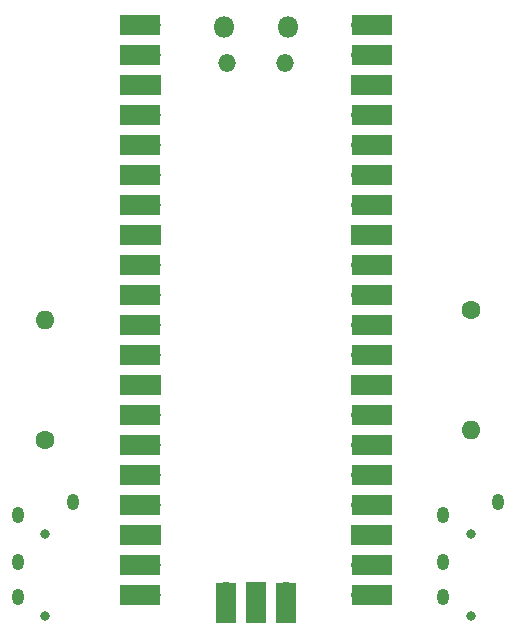
<source format=gbr>
%TF.GenerationSoftware,KiCad,Pcbnew,(6.0.4)*%
%TF.CreationDate,2022-11-15T21:46:54+00:00*%
%TF.ProjectId,pcb_host,7063625f-686f-4737-942e-6b696361645f,rev?*%
%TF.SameCoordinates,Original*%
%TF.FileFunction,Soldermask,Top*%
%TF.FilePolarity,Negative*%
%FSLAX46Y46*%
G04 Gerber Fmt 4.6, Leading zero omitted, Abs format (unit mm)*
G04 Created by KiCad (PCBNEW (6.0.4)) date 2022-11-15 21:46:54*
%MOMM*%
%LPD*%
G01*
G04 APERTURE LIST*
%ADD10C,1.600000*%
%ADD11O,1.600000X1.600000*%
%ADD12O,1.800000X1.800000*%
%ADD13O,1.500000X1.500000*%
%ADD14O,1.700000X1.700000*%
%ADD15R,3.500000X1.700000*%
%ADD16R,1.700000X1.700000*%
%ADD17R,1.700000X3.500000*%
%ADD18C,0.800000*%
%ADD19O,1.000000X1.400000*%
G04 APERTURE END LIST*
D10*
%TO.C,R1*%
X88000000Y-110000000D03*
D11*
X88000000Y-99840000D03*
%TD*%
D10*
%TO.C,R2*%
X124000000Y-99000000D03*
D11*
X124000000Y-109160000D03*
%TD*%
D12*
%TO.C,U1*%
X108560000Y-74985000D03*
X103110000Y-74985000D03*
D13*
X103410000Y-78015000D03*
X108260000Y-78015000D03*
D14*
X96945000Y-74855000D03*
D15*
X96045000Y-74855000D03*
X96045000Y-77395000D03*
D14*
X96945000Y-77395000D03*
D16*
X96945000Y-79935000D03*
D15*
X96045000Y-79935000D03*
X96045000Y-82475000D03*
D14*
X96945000Y-82475000D03*
X96945000Y-85015000D03*
D15*
X96045000Y-85015000D03*
X96045000Y-87555000D03*
D14*
X96945000Y-87555000D03*
D15*
X96045000Y-90095000D03*
D14*
X96945000Y-90095000D03*
D15*
X96045000Y-92635000D03*
D16*
X96945000Y-92635000D03*
D14*
X96945000Y-95175000D03*
D15*
X96045000Y-95175000D03*
X96045000Y-97715000D03*
D14*
X96945000Y-97715000D03*
X96945000Y-100255000D03*
D15*
X96045000Y-100255000D03*
D14*
X96945000Y-102795000D03*
D15*
X96045000Y-102795000D03*
X96045000Y-105335000D03*
D16*
X96945000Y-105335000D03*
D15*
X96045000Y-107875000D03*
D14*
X96945000Y-107875000D03*
D15*
X96045000Y-110415000D03*
D14*
X96945000Y-110415000D03*
X96945000Y-112955000D03*
D15*
X96045000Y-112955000D03*
D14*
X96945000Y-115495000D03*
D15*
X96045000Y-115495000D03*
X96045000Y-118035000D03*
D16*
X96945000Y-118035000D03*
D15*
X96045000Y-120575000D03*
D14*
X96945000Y-120575000D03*
X96945000Y-123115000D03*
D15*
X96045000Y-123115000D03*
D14*
X114725000Y-123115000D03*
D15*
X115625000Y-123115000D03*
D14*
X114725000Y-120575000D03*
D15*
X115625000Y-120575000D03*
X115625000Y-118035000D03*
D16*
X114725000Y-118035000D03*
D15*
X115625000Y-115495000D03*
D14*
X114725000Y-115495000D03*
D15*
X115625000Y-112955000D03*
D14*
X114725000Y-112955000D03*
D15*
X115625000Y-110415000D03*
D14*
X114725000Y-110415000D03*
D15*
X115625000Y-107875000D03*
D14*
X114725000Y-107875000D03*
D16*
X114725000Y-105335000D03*
D15*
X115625000Y-105335000D03*
D14*
X114725000Y-102795000D03*
D15*
X115625000Y-102795000D03*
D14*
X114725000Y-100255000D03*
D15*
X115625000Y-100255000D03*
X115625000Y-97715000D03*
D14*
X114725000Y-97715000D03*
X114725000Y-95175000D03*
D15*
X115625000Y-95175000D03*
X115625000Y-92635000D03*
D16*
X114725000Y-92635000D03*
D14*
X114725000Y-90095000D03*
D15*
X115625000Y-90095000D03*
D14*
X114725000Y-87555000D03*
D15*
X115625000Y-87555000D03*
X115625000Y-85015000D03*
D14*
X114725000Y-85015000D03*
X114725000Y-82475000D03*
D15*
X115625000Y-82475000D03*
D16*
X114725000Y-79935000D03*
D15*
X115625000Y-79935000D03*
D14*
X114725000Y-77395000D03*
D15*
X115625000Y-77395000D03*
X115625000Y-74855000D03*
D14*
X114725000Y-74855000D03*
X103295000Y-122885000D03*
D17*
X103295000Y-123785000D03*
X105835000Y-123785000D03*
D16*
X105835000Y-122885000D03*
D14*
X108375000Y-122885000D03*
D17*
X108375000Y-123785000D03*
%TD*%
D18*
%TO.C,J2*%
X124000000Y-124900000D03*
X124000000Y-117900000D03*
D19*
X121700000Y-120300000D03*
X121700000Y-123300000D03*
X126300000Y-115200000D03*
X121700000Y-116300000D03*
%TD*%
D18*
%TO.C,J1*%
X88000000Y-117900000D03*
X88000000Y-124900000D03*
D19*
X85700000Y-120300000D03*
X85700000Y-123300000D03*
X90300000Y-115200000D03*
X85700000Y-116300000D03*
%TD*%
M02*

</source>
